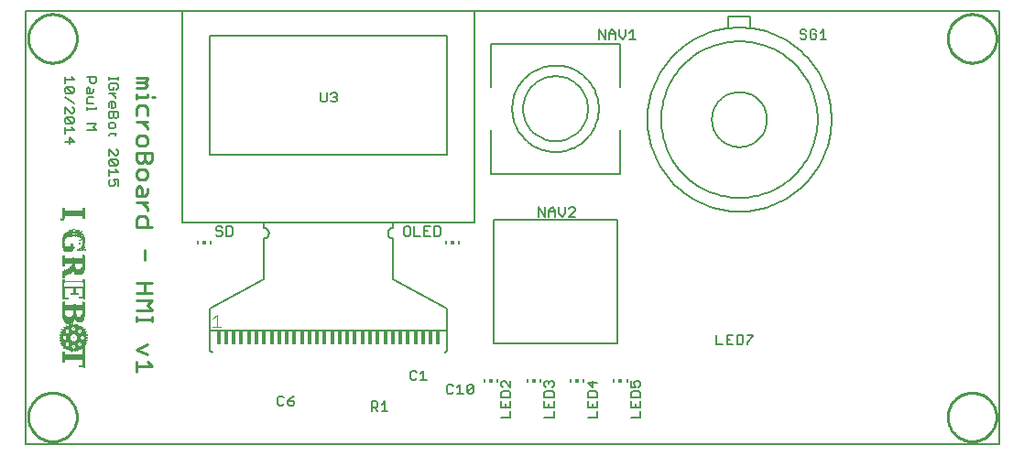
<source format=gto>
G75*
G70*
%OFA0B0*%
%FSLAX24Y24*%
%IPPOS*%
%LPD*%
%AMOC8*
5,1,8,0,0,1.08239X$1,22.5*
%
%ADD10C,0.0080*%
%ADD11C,0.0060*%
%ADD12C,0.0110*%
%ADD13R,0.0016X0.0016*%
%ADD14R,0.0016X0.0047*%
%ADD15R,0.0016X0.0031*%
%ADD16R,0.0016X0.0063*%
%ADD17R,0.0016X0.0079*%
%ADD18R,0.0016X0.0268*%
%ADD19R,0.0016X0.0457*%
%ADD20R,0.0016X0.0630*%
%ADD21R,0.0016X0.0488*%
%ADD22R,0.0016X0.0409*%
%ADD23R,0.0016X0.0425*%
%ADD24R,0.0016X0.0283*%
%ADD25R,0.0016X0.0724*%
%ADD26R,0.0016X0.0598*%
%ADD27R,0.0016X0.0157*%
%ADD28R,0.0016X0.0299*%
%ADD29R,0.0016X0.0646*%
%ADD30R,0.0016X0.0252*%
%ADD31R,0.0016X0.0567*%
%ADD32R,0.0016X0.0126*%
%ADD33R,0.0016X0.0693*%
%ADD34R,0.0016X0.0315*%
%ADD35R,0.0016X0.0378*%
%ADD36R,0.0016X0.0709*%
%ADD37R,0.0016X0.0331*%
%ADD38R,0.0016X0.0205*%
%ADD39R,0.0016X0.0220*%
%ADD40R,0.0016X0.0236*%
%ADD41R,0.0016X0.0362*%
%ADD42R,0.0016X0.0094*%
%ADD43R,0.0016X0.0142*%
%ADD44R,0.0016X0.0110*%
%ADD45R,0.0016X0.0346*%
%ADD46R,0.0016X0.1228*%
%ADD47R,0.0016X0.0961*%
%ADD48R,0.0016X0.0394*%
%ADD49R,0.0016X0.0189*%
%ADD50R,0.0016X0.0173*%
%ADD51R,0.0016X0.0504*%
%ADD52R,0.0016X0.0472*%
%ADD53R,0.0016X0.0520*%
%ADD54R,0.0016X0.0583*%
%ADD55R,0.0016X0.0551*%
%ADD56R,0.0016X0.0992*%
%ADD57R,0.0016X0.0677*%
%ADD58R,0.0016X0.1024*%
%ADD59R,0.0016X0.0661*%
%ADD60R,0.0016X0.0535*%
%ADD61R,0.0016X0.0614*%
%ADD62R,0.0016X0.1039*%
%ADD63R,0.0016X0.1071*%
%ADD64C,0.0100*%
%ADD65C,0.0050*%
%ADD66R,0.0157X0.0512*%
%ADD67C,0.0040*%
%ADD68R,0.0059X0.0118*%
%ADD69R,0.0118X0.0118*%
D10*
X007843Y005637D02*
X007843Y021385D01*
X043276Y021385D01*
X043276Y005637D01*
X007843Y005637D01*
D11*
X017028Y007097D02*
X017084Y007040D01*
X017198Y007040D01*
X017254Y007097D01*
X017396Y007097D02*
X017453Y007040D01*
X017566Y007040D01*
X017623Y007097D01*
X017623Y007153D01*
X017566Y007210D01*
X017396Y007210D01*
X017396Y007097D01*
X017396Y007210D02*
X017509Y007323D01*
X017623Y007380D01*
X017254Y007323D02*
X017198Y007380D01*
X017084Y007380D01*
X017028Y007323D01*
X017028Y007097D01*
X020436Y007186D02*
X020436Y006845D01*
X020436Y006959D02*
X020606Y006959D01*
X020663Y007015D01*
X020663Y007129D01*
X020606Y007186D01*
X020436Y007186D01*
X020550Y006959D02*
X020663Y006845D01*
X020804Y006845D02*
X021031Y006845D01*
X020918Y006845D02*
X020918Y007186D01*
X020804Y007072D01*
X021845Y008018D02*
X021902Y007961D01*
X022015Y007961D01*
X022072Y008018D01*
X022213Y007961D02*
X022440Y007961D01*
X022327Y007961D02*
X022327Y008301D01*
X022213Y008188D01*
X022072Y008245D02*
X022015Y008301D01*
X021902Y008301D01*
X021845Y008245D01*
X021845Y008018D01*
X023173Y007751D02*
X023173Y007524D01*
X023229Y007467D01*
X023343Y007467D01*
X023400Y007524D01*
X023541Y007467D02*
X023768Y007467D01*
X023655Y007467D02*
X023655Y007808D01*
X023541Y007694D01*
X023400Y007751D02*
X023343Y007808D01*
X023229Y007808D01*
X023173Y007751D01*
X023909Y007751D02*
X023909Y007524D01*
X024136Y007751D01*
X024136Y007524D01*
X024080Y007467D01*
X023966Y007467D01*
X023909Y007524D01*
X023909Y007751D02*
X023966Y007808D01*
X024080Y007808D01*
X024136Y007751D01*
X025152Y007768D02*
X025208Y007711D01*
X025152Y007768D02*
X025152Y007881D01*
X025208Y007938D01*
X025265Y007938D01*
X025492Y007711D01*
X025492Y007938D01*
X025435Y007570D02*
X025208Y007570D01*
X025152Y007513D01*
X025152Y007343D01*
X025492Y007343D01*
X025492Y007513D01*
X025435Y007570D01*
X025492Y007202D02*
X025492Y006975D01*
X025152Y006975D01*
X025152Y007202D01*
X025322Y007088D02*
X025322Y006975D01*
X025492Y006833D02*
X025492Y006606D01*
X025152Y006606D01*
X026726Y006606D02*
X027067Y006606D01*
X027067Y006833D01*
X027067Y006975D02*
X027067Y007202D01*
X027067Y007343D02*
X027067Y007513D01*
X027010Y007570D01*
X026783Y007570D01*
X026726Y007513D01*
X026726Y007343D01*
X027067Y007343D01*
X026897Y007088D02*
X026897Y006975D01*
X027067Y006975D02*
X026726Y006975D01*
X026726Y007202D01*
X026783Y007711D02*
X026726Y007768D01*
X026726Y007881D01*
X026783Y007938D01*
X026840Y007938D01*
X026897Y007881D01*
X026953Y007938D01*
X027010Y007938D01*
X027067Y007881D01*
X027067Y007768D01*
X027010Y007711D01*
X026897Y007825D02*
X026897Y007881D01*
X028301Y007881D02*
X028471Y007711D01*
X028471Y007938D01*
X028301Y007881D02*
X028642Y007881D01*
X028585Y007570D02*
X028358Y007570D01*
X028301Y007513D01*
X028301Y007343D01*
X028642Y007343D01*
X028642Y007513D01*
X028585Y007570D01*
X028642Y007202D02*
X028642Y006975D01*
X028301Y006975D01*
X028301Y007202D01*
X028471Y007088D02*
X028471Y006975D01*
X028642Y006833D02*
X028642Y006606D01*
X028301Y006606D01*
X029876Y006606D02*
X030216Y006606D01*
X030216Y006833D01*
X030216Y006975D02*
X030216Y007202D01*
X030216Y007343D02*
X029876Y007343D01*
X029876Y007513D01*
X029933Y007570D01*
X030160Y007570D01*
X030216Y007513D01*
X030216Y007343D01*
X030046Y007088D02*
X030046Y006975D01*
X029876Y006975D02*
X030216Y006975D01*
X029876Y006975D02*
X029876Y007202D01*
X029876Y007711D02*
X030046Y007711D01*
X029989Y007825D01*
X029989Y007881D01*
X030046Y007938D01*
X030160Y007938D01*
X030216Y007881D01*
X030216Y007768D01*
X030160Y007711D01*
X029876Y007711D02*
X029876Y007938D01*
X032998Y009273D02*
X033224Y009273D01*
X033366Y009273D02*
X033593Y009273D01*
X033734Y009273D02*
X033904Y009273D01*
X033961Y009330D01*
X033961Y009556D01*
X033904Y009613D01*
X033734Y009613D01*
X033734Y009273D01*
X033479Y009443D02*
X033366Y009443D01*
X033366Y009613D02*
X033366Y009273D01*
X033366Y009613D02*
X033593Y009613D01*
X034103Y009613D02*
X034329Y009613D01*
X034329Y009556D01*
X034103Y009330D01*
X034103Y009273D01*
X032998Y009273D02*
X032998Y009613D01*
X027852Y013917D02*
X027625Y013917D01*
X027852Y014144D01*
X027852Y014201D01*
X027795Y014257D01*
X027682Y014257D01*
X027625Y014201D01*
X027484Y014257D02*
X027484Y014030D01*
X027370Y013917D01*
X027257Y014030D01*
X027257Y014257D01*
X027115Y014144D02*
X027115Y013917D01*
X027115Y014087D02*
X026888Y014087D01*
X026888Y014144D02*
X027002Y014257D01*
X027115Y014144D01*
X026888Y014144D02*
X026888Y013917D01*
X026747Y013917D02*
X026747Y014257D01*
X026520Y014257D02*
X026520Y013917D01*
X026747Y013917D02*
X026520Y014257D01*
X022955Y013501D02*
X022955Y013274D01*
X022898Y013217D01*
X022728Y013217D01*
X022728Y013558D01*
X022898Y013558D01*
X022955Y013501D01*
X022586Y013558D02*
X022359Y013558D01*
X022359Y013217D01*
X022586Y013217D01*
X022473Y013388D02*
X022359Y013388D01*
X022218Y013217D02*
X021991Y013217D01*
X021991Y013558D01*
X021850Y013501D02*
X021793Y013558D01*
X021679Y013558D01*
X021623Y013501D01*
X021623Y013274D01*
X021679Y013217D01*
X021793Y013217D01*
X021850Y013274D01*
X021850Y013501D01*
X015368Y013501D02*
X015368Y013274D01*
X015311Y013217D01*
X015141Y013217D01*
X015141Y013558D01*
X015311Y013558D01*
X015368Y013501D01*
X015000Y013501D02*
X014943Y013558D01*
X014829Y013558D01*
X014773Y013501D01*
X014773Y013444D01*
X014829Y013388D01*
X014943Y013388D01*
X015000Y013331D01*
X015000Y013274D01*
X014943Y013217D01*
X014829Y013217D01*
X014773Y013274D01*
X011213Y015036D02*
X011213Y015263D01*
X011043Y015263D01*
X011100Y015149D01*
X011100Y015093D01*
X011043Y015036D01*
X010929Y015036D01*
X010873Y015093D01*
X010873Y015206D01*
X010929Y015263D01*
X010873Y015404D02*
X010873Y015631D01*
X010873Y015518D02*
X011213Y015518D01*
X011100Y015631D01*
X011156Y015773D02*
X010929Y016000D01*
X010873Y015943D01*
X010873Y015829D01*
X010929Y015773D01*
X011156Y015773D01*
X011213Y015829D01*
X011213Y015943D01*
X011156Y016000D01*
X010929Y016000D01*
X010873Y016141D02*
X010873Y016368D01*
X011100Y016141D01*
X011156Y016141D01*
X011213Y016198D01*
X011213Y016311D01*
X011156Y016368D01*
X011100Y016868D02*
X011100Y016982D01*
X011156Y016925D02*
X010929Y016925D01*
X010873Y016868D01*
X010929Y017123D02*
X011043Y017123D01*
X011100Y017180D01*
X011100Y017293D01*
X011043Y017350D01*
X010929Y017350D01*
X010873Y017293D01*
X010873Y017180D01*
X010929Y017123D01*
X010929Y017491D02*
X010873Y017548D01*
X010873Y017718D01*
X011213Y017718D01*
X011213Y017548D01*
X011156Y017491D01*
X011100Y017491D01*
X011043Y017548D01*
X011043Y017718D01*
X011043Y017860D02*
X010986Y017860D01*
X010986Y018087D01*
X010929Y018087D02*
X011043Y018087D01*
X011100Y018030D01*
X011100Y017916D01*
X011043Y017860D01*
X010873Y017916D02*
X010873Y018030D01*
X010929Y018087D01*
X011100Y018223D02*
X011100Y018280D01*
X010986Y018394D01*
X010873Y018394D02*
X011100Y018394D01*
X011156Y018535D02*
X011213Y018592D01*
X011213Y018705D01*
X011156Y018762D01*
X010929Y018762D01*
X010873Y018705D01*
X010873Y018592D01*
X010929Y018535D01*
X011043Y018535D01*
X011043Y018648D01*
X011213Y018894D02*
X011213Y019007D01*
X011213Y018951D02*
X010873Y018951D01*
X010873Y019007D02*
X010873Y018894D01*
X010413Y018837D02*
X010413Y019007D01*
X010073Y019007D01*
X010186Y019007D02*
X010186Y018837D01*
X010243Y018781D01*
X010356Y018781D01*
X010413Y018837D01*
X010300Y018582D02*
X010300Y018469D01*
X010243Y018412D01*
X010073Y018412D01*
X010073Y018582D01*
X010129Y018639D01*
X010186Y018582D01*
X010186Y018412D01*
X010129Y018271D02*
X010073Y018214D01*
X010073Y018044D01*
X010300Y018044D01*
X010413Y017902D02*
X010413Y017846D01*
X010073Y017846D01*
X010073Y017902D02*
X010073Y017789D01*
X009613Y017732D02*
X009613Y017846D01*
X009556Y017902D01*
X009613Y018044D02*
X009273Y018271D01*
X009329Y018412D02*
X009273Y018469D01*
X009273Y018582D01*
X009329Y018639D01*
X009556Y018412D01*
X009329Y018412D01*
X009329Y018639D02*
X009556Y018639D01*
X009613Y018582D01*
X009613Y018469D01*
X009556Y018412D01*
X009273Y017902D02*
X009500Y017676D01*
X009556Y017676D01*
X009613Y017732D01*
X009556Y017534D02*
X009329Y017534D01*
X009556Y017307D01*
X009329Y017307D01*
X009273Y017364D01*
X009273Y017477D01*
X009329Y017534D01*
X009273Y017676D02*
X009273Y017902D01*
X009556Y017534D02*
X009613Y017477D01*
X009613Y017364D01*
X009556Y017307D01*
X009500Y017166D02*
X009613Y017052D01*
X009273Y017052D01*
X009273Y016939D02*
X009273Y017166D01*
X009443Y016798D02*
X009443Y016571D01*
X009613Y016627D02*
X009443Y016798D01*
X009273Y016627D02*
X009613Y016627D01*
X010073Y017062D02*
X010413Y017062D01*
X010300Y017175D01*
X010413Y017289D01*
X010073Y017289D01*
X010929Y017491D02*
X010986Y017491D01*
X011043Y017548D01*
X010300Y018271D02*
X010129Y018271D01*
X009613Y018894D02*
X009273Y018894D01*
X009273Y019007D02*
X009273Y018781D01*
X009500Y019007D02*
X009613Y018894D01*
X018583Y018425D02*
X018583Y018141D01*
X018639Y018085D01*
X018753Y018085D01*
X018809Y018141D01*
X018809Y018425D01*
X018951Y018368D02*
X019008Y018425D01*
X019121Y018425D01*
X019178Y018368D01*
X019178Y018312D01*
X019121Y018255D01*
X019178Y018198D01*
X019178Y018141D01*
X019121Y018085D01*
X019008Y018085D01*
X018951Y018141D01*
X019064Y018255D02*
X019121Y018255D01*
X028715Y020382D02*
X028715Y020722D01*
X028942Y020382D01*
X028942Y020722D01*
X029084Y020609D02*
X029197Y020722D01*
X029310Y020609D01*
X029310Y020382D01*
X029310Y020552D02*
X029084Y020552D01*
X029084Y020609D02*
X029084Y020382D01*
X029452Y020495D02*
X029565Y020382D01*
X029679Y020495D01*
X029679Y020722D01*
X029820Y020609D02*
X029934Y020722D01*
X029934Y020382D01*
X030047Y020382D02*
X029820Y020382D01*
X029452Y020495D02*
X029452Y020722D01*
X033427Y020774D02*
X033427Y021198D01*
X034227Y021198D01*
X034227Y020774D01*
X036034Y020667D02*
X036034Y020610D01*
X036091Y020553D01*
X036204Y020553D01*
X036261Y020497D01*
X036261Y020440D01*
X036204Y020383D01*
X036091Y020383D01*
X036034Y020440D01*
X036034Y020667D02*
X036091Y020723D01*
X036204Y020723D01*
X036261Y020667D01*
X036402Y020667D02*
X036402Y020440D01*
X036459Y020383D01*
X036572Y020383D01*
X036629Y020440D01*
X036629Y020553D01*
X036516Y020553D01*
X036629Y020667D02*
X036572Y020723D01*
X036459Y020723D01*
X036402Y020667D01*
X036770Y020610D02*
X036884Y020723D01*
X036884Y020383D01*
X036997Y020383D02*
X036770Y020383D01*
X030977Y017448D02*
X030980Y017588D01*
X030991Y017727D01*
X031008Y017866D01*
X031032Y018004D01*
X031062Y018140D01*
X031100Y018275D01*
X031144Y018408D01*
X031194Y018539D01*
X031251Y018667D01*
X031314Y018791D01*
X031382Y018913D01*
X031457Y019031D01*
X031538Y019146D01*
X031624Y019256D01*
X031715Y019362D01*
X031812Y019463D01*
X031913Y019560D01*
X032019Y019651D01*
X032129Y019737D01*
X032244Y019818D01*
X032362Y019893D01*
X032484Y019961D01*
X032608Y020024D01*
X032736Y020081D01*
X032867Y020131D01*
X033000Y020175D01*
X033135Y020213D01*
X033271Y020243D01*
X033409Y020267D01*
X033548Y020284D01*
X033687Y020295D01*
X033827Y020298D01*
X033967Y020295D01*
X034106Y020284D01*
X034245Y020267D01*
X034383Y020243D01*
X034519Y020213D01*
X034654Y020175D01*
X034787Y020131D01*
X034918Y020081D01*
X035046Y020024D01*
X035170Y019961D01*
X035292Y019893D01*
X035410Y019818D01*
X035525Y019737D01*
X035635Y019651D01*
X035741Y019560D01*
X035842Y019463D01*
X035939Y019362D01*
X036030Y019256D01*
X036116Y019146D01*
X036197Y019031D01*
X036272Y018913D01*
X036340Y018791D01*
X036403Y018667D01*
X036460Y018539D01*
X036510Y018408D01*
X036554Y018275D01*
X036592Y018140D01*
X036622Y018004D01*
X036646Y017866D01*
X036663Y017727D01*
X036674Y017588D01*
X036677Y017448D01*
X036674Y017308D01*
X036663Y017169D01*
X036646Y017030D01*
X036622Y016892D01*
X036592Y016756D01*
X036554Y016621D01*
X036510Y016488D01*
X036460Y016357D01*
X036403Y016229D01*
X036340Y016105D01*
X036272Y015983D01*
X036197Y015865D01*
X036116Y015750D01*
X036030Y015640D01*
X035939Y015534D01*
X035842Y015433D01*
X035741Y015336D01*
X035635Y015245D01*
X035525Y015159D01*
X035410Y015078D01*
X035292Y015003D01*
X035170Y014935D01*
X035046Y014872D01*
X034918Y014815D01*
X034787Y014765D01*
X034654Y014721D01*
X034519Y014683D01*
X034383Y014653D01*
X034245Y014629D01*
X034106Y014612D01*
X033967Y014601D01*
X033827Y014598D01*
X033687Y014601D01*
X033548Y014612D01*
X033409Y014629D01*
X033271Y014653D01*
X033135Y014683D01*
X033000Y014721D01*
X032867Y014765D01*
X032736Y014815D01*
X032608Y014872D01*
X032484Y014935D01*
X032362Y015003D01*
X032244Y015078D01*
X032129Y015159D01*
X032019Y015245D01*
X031913Y015336D01*
X031812Y015433D01*
X031715Y015534D01*
X031624Y015640D01*
X031538Y015750D01*
X031457Y015865D01*
X031382Y015983D01*
X031314Y016105D01*
X031251Y016229D01*
X031194Y016357D01*
X031144Y016488D01*
X031100Y016621D01*
X031062Y016756D01*
X031032Y016892D01*
X031008Y017030D01*
X030991Y017169D01*
X030980Y017308D01*
X030977Y017448D01*
X032827Y017448D02*
X032829Y017511D01*
X032835Y017573D01*
X032845Y017635D01*
X032858Y017697D01*
X032876Y017757D01*
X032897Y017816D01*
X032922Y017874D01*
X032951Y017930D01*
X032983Y017984D01*
X033018Y018036D01*
X033056Y018085D01*
X033098Y018133D01*
X033142Y018177D01*
X033190Y018219D01*
X033239Y018257D01*
X033291Y018292D01*
X033345Y018324D01*
X033401Y018353D01*
X033459Y018378D01*
X033518Y018399D01*
X033578Y018417D01*
X033640Y018430D01*
X033702Y018440D01*
X033764Y018446D01*
X033827Y018448D01*
X033890Y018446D01*
X033952Y018440D01*
X034014Y018430D01*
X034076Y018417D01*
X034136Y018399D01*
X034195Y018378D01*
X034253Y018353D01*
X034309Y018324D01*
X034363Y018292D01*
X034415Y018257D01*
X034464Y018219D01*
X034512Y018177D01*
X034556Y018133D01*
X034598Y018085D01*
X034636Y018036D01*
X034671Y017984D01*
X034703Y017930D01*
X034732Y017874D01*
X034757Y017816D01*
X034778Y017757D01*
X034796Y017697D01*
X034809Y017635D01*
X034819Y017573D01*
X034825Y017511D01*
X034827Y017448D01*
X034825Y017385D01*
X034819Y017323D01*
X034809Y017261D01*
X034796Y017199D01*
X034778Y017139D01*
X034757Y017080D01*
X034732Y017022D01*
X034703Y016966D01*
X034671Y016912D01*
X034636Y016860D01*
X034598Y016811D01*
X034556Y016763D01*
X034512Y016719D01*
X034464Y016677D01*
X034415Y016639D01*
X034363Y016604D01*
X034309Y016572D01*
X034253Y016543D01*
X034195Y016518D01*
X034136Y016497D01*
X034076Y016479D01*
X034014Y016466D01*
X033952Y016456D01*
X033890Y016450D01*
X033827Y016448D01*
X033764Y016450D01*
X033702Y016456D01*
X033640Y016466D01*
X033578Y016479D01*
X033518Y016497D01*
X033459Y016518D01*
X033401Y016543D01*
X033345Y016572D01*
X033291Y016604D01*
X033239Y016639D01*
X033190Y016677D01*
X033142Y016719D01*
X033098Y016763D01*
X033056Y016811D01*
X033018Y016860D01*
X032983Y016912D01*
X032951Y016966D01*
X032922Y017022D01*
X032897Y017080D01*
X032876Y017139D01*
X032858Y017199D01*
X032845Y017261D01*
X032835Y017323D01*
X032829Y017385D01*
X032827Y017448D01*
X030477Y017448D02*
X030481Y017612D01*
X030493Y017776D01*
X030513Y017940D01*
X030541Y018102D01*
X030577Y018262D01*
X030621Y018420D01*
X030673Y018577D01*
X030732Y018730D01*
X030799Y018880D01*
X030873Y019027D01*
X030954Y019170D01*
X031042Y019309D01*
X031136Y019444D01*
X031237Y019573D01*
X031345Y019698D01*
X031458Y019817D01*
X031577Y019930D01*
X031702Y020038D01*
X031831Y020139D01*
X031966Y020233D01*
X032105Y020321D01*
X032248Y020402D01*
X032395Y020476D01*
X032545Y020543D01*
X032698Y020602D01*
X032855Y020654D01*
X033013Y020698D01*
X033173Y020734D01*
X033335Y020762D01*
X033499Y020782D01*
X033663Y020794D01*
X033827Y020798D01*
X033991Y020794D01*
X034155Y020782D01*
X034319Y020762D01*
X034481Y020734D01*
X034641Y020698D01*
X034799Y020654D01*
X034956Y020602D01*
X035109Y020543D01*
X035259Y020476D01*
X035406Y020402D01*
X035549Y020321D01*
X035688Y020233D01*
X035823Y020139D01*
X035952Y020038D01*
X036077Y019930D01*
X036196Y019817D01*
X036309Y019698D01*
X036417Y019573D01*
X036518Y019444D01*
X036612Y019309D01*
X036700Y019170D01*
X036781Y019027D01*
X036855Y018880D01*
X036922Y018730D01*
X036981Y018577D01*
X037033Y018420D01*
X037077Y018262D01*
X037113Y018102D01*
X037141Y017940D01*
X037161Y017776D01*
X037173Y017612D01*
X037177Y017448D01*
X037173Y017284D01*
X037161Y017120D01*
X037141Y016956D01*
X037113Y016794D01*
X037077Y016634D01*
X037033Y016476D01*
X036981Y016319D01*
X036922Y016166D01*
X036855Y016016D01*
X036781Y015869D01*
X036700Y015726D01*
X036612Y015587D01*
X036518Y015452D01*
X036417Y015323D01*
X036309Y015198D01*
X036196Y015079D01*
X036077Y014966D01*
X035952Y014858D01*
X035823Y014757D01*
X035688Y014663D01*
X035549Y014575D01*
X035406Y014494D01*
X035259Y014420D01*
X035109Y014353D01*
X034956Y014294D01*
X034799Y014242D01*
X034641Y014198D01*
X034481Y014162D01*
X034319Y014134D01*
X034155Y014114D01*
X033991Y014102D01*
X033827Y014098D01*
X033663Y014102D01*
X033499Y014114D01*
X033335Y014134D01*
X033173Y014162D01*
X033013Y014198D01*
X032855Y014242D01*
X032698Y014294D01*
X032545Y014353D01*
X032395Y014420D01*
X032248Y014494D01*
X032105Y014575D01*
X031966Y014663D01*
X031831Y014757D01*
X031702Y014858D01*
X031577Y014966D01*
X031458Y015079D01*
X031345Y015198D01*
X031237Y015323D01*
X031136Y015452D01*
X031042Y015587D01*
X030954Y015726D01*
X030873Y015869D01*
X030799Y016016D01*
X030732Y016166D01*
X030673Y016319D01*
X030621Y016476D01*
X030577Y016634D01*
X030541Y016794D01*
X030513Y016956D01*
X030493Y017120D01*
X030481Y017284D01*
X030477Y017448D01*
D12*
X012540Y018283D02*
X012448Y018283D01*
X012265Y018283D02*
X011898Y018283D01*
X011898Y018375D02*
X011898Y018191D01*
X011990Y017970D02*
X011898Y017878D01*
X011898Y017603D01*
X011898Y017362D02*
X012265Y017362D01*
X012081Y017362D02*
X012265Y017178D01*
X012265Y017087D01*
X012173Y016855D02*
X011990Y016855D01*
X011898Y016764D01*
X011898Y016580D01*
X011990Y016488D01*
X012173Y016488D01*
X012265Y016580D01*
X012265Y016764D01*
X012173Y016855D01*
X012173Y016248D02*
X012173Y015972D01*
X012081Y015881D01*
X011990Y015881D01*
X011898Y015972D01*
X011898Y016248D01*
X012448Y016248D01*
X012448Y015972D01*
X012357Y015881D01*
X012265Y015881D01*
X012173Y015972D01*
X012173Y015640D02*
X011990Y015640D01*
X011898Y015548D01*
X011898Y015365D01*
X011990Y015273D01*
X012173Y015273D01*
X012265Y015365D01*
X012265Y015548D01*
X012173Y015640D01*
X011990Y015032D02*
X012081Y014940D01*
X012081Y014665D01*
X012173Y014665D02*
X011898Y014665D01*
X011898Y014940D01*
X011990Y015032D01*
X012265Y014940D02*
X012265Y014757D01*
X012173Y014665D01*
X012081Y014425D02*
X012265Y014241D01*
X012265Y014149D01*
X012173Y013918D02*
X012265Y013826D01*
X012265Y013551D01*
X012448Y013551D02*
X011898Y013551D01*
X011898Y013826D01*
X011990Y013918D01*
X012173Y013918D01*
X012265Y014425D02*
X011898Y014425D01*
X012173Y012703D02*
X012173Y012336D01*
X012173Y011487D02*
X012173Y011120D01*
X012448Y011120D02*
X011898Y011120D01*
X011898Y010879D02*
X012448Y010879D01*
X012265Y010696D01*
X012448Y010513D01*
X011898Y010513D01*
X011898Y010272D02*
X011898Y010088D01*
X011898Y010180D02*
X012448Y010180D01*
X012448Y010272D02*
X012448Y010088D01*
X012265Y009259D02*
X011898Y009075D01*
X012265Y008892D01*
X012265Y008651D02*
X012448Y008468D01*
X011898Y008468D01*
X011898Y008651D02*
X011898Y008284D01*
X011898Y011487D02*
X012448Y011487D01*
X012265Y017603D02*
X012265Y017878D01*
X012173Y017970D01*
X011990Y017970D01*
X012265Y018283D02*
X012265Y018375D01*
X012173Y018615D02*
X011898Y018615D01*
X011898Y018799D02*
X012173Y018799D01*
X012265Y018707D01*
X012173Y018615D01*
X012173Y018799D02*
X012265Y018891D01*
X012265Y018982D01*
X011898Y018982D01*
D13*
X009717Y013415D03*
X009670Y013415D03*
X009843Y013132D03*
X009906Y013116D03*
X009843Y013022D03*
X009811Y013022D03*
X009859Y012943D03*
X010000Y012990D03*
X010000Y012880D03*
X010063Y012707D03*
X009953Y012675D03*
X009922Y012675D03*
X009906Y012675D03*
X009890Y012675D03*
X009874Y012675D03*
X009859Y012675D03*
X009843Y012675D03*
X009607Y012754D03*
X009607Y012785D03*
X010032Y009793D03*
X009843Y009730D03*
X009607Y009510D03*
X009607Y009179D03*
X009622Y009179D03*
X009843Y009274D03*
X009134Y009305D03*
X009103Y009604D03*
X009134Y009699D03*
X009181Y009793D03*
D14*
X009197Y009793D03*
X009103Y009510D03*
X009118Y009400D03*
X009150Y009305D03*
X009260Y009148D03*
X009339Y009085D03*
X010110Y009604D03*
X009276Y010927D03*
X009260Y010927D03*
X009307Y011337D03*
X009323Y011337D03*
X009339Y011337D03*
X009355Y011337D03*
X009370Y011337D03*
X009386Y011337D03*
X009402Y011337D03*
X009418Y011337D03*
X009433Y011337D03*
X009449Y011337D03*
X009465Y011337D03*
X009481Y011337D03*
X009496Y011337D03*
X009512Y011337D03*
X009528Y011337D03*
X009544Y011337D03*
X009559Y011337D03*
X009575Y011337D03*
X009591Y011337D03*
X009701Y011337D03*
X009717Y011337D03*
X009733Y011337D03*
X009748Y011337D03*
X009764Y011337D03*
X009780Y011337D03*
X009796Y011337D03*
X009811Y011337D03*
X009827Y011337D03*
X009843Y011337D03*
X009859Y011337D03*
X009874Y011337D03*
X009890Y011337D03*
X009906Y011337D03*
X009922Y011337D03*
X010016Y012707D03*
X010048Y012707D03*
X009827Y012738D03*
X009748Y012707D03*
X009622Y012770D03*
X009481Y012817D03*
X009465Y012817D03*
X009449Y012817D03*
X009843Y012943D03*
X009906Y013163D03*
X009922Y013274D03*
X009591Y013415D03*
X009166Y013809D03*
X009134Y013825D03*
D15*
X009575Y013423D03*
X009607Y013423D03*
X009622Y013423D03*
X009638Y013423D03*
X009654Y013423D03*
X009906Y013360D03*
X009922Y013344D03*
X009874Y013077D03*
X009906Y013061D03*
X009811Y012935D03*
X009638Y012778D03*
X009827Y012683D03*
X009969Y011612D03*
X009922Y011518D03*
X009906Y011518D03*
X009890Y011518D03*
X009874Y011518D03*
X009859Y011518D03*
X009843Y011518D03*
X009827Y011518D03*
X009811Y011518D03*
X009796Y011518D03*
X009780Y011518D03*
X009764Y011518D03*
X009748Y011518D03*
X009733Y011518D03*
X009717Y011518D03*
X009701Y011518D03*
X009685Y011518D03*
X009670Y011518D03*
X009654Y011518D03*
X009638Y011518D03*
X009622Y011518D03*
X009607Y011518D03*
X009591Y011518D03*
X009575Y011518D03*
X009559Y011518D03*
X009544Y011518D03*
X009528Y011518D03*
X009512Y011518D03*
X009496Y011518D03*
X009481Y011518D03*
X009465Y011518D03*
X009449Y011518D03*
X009433Y011518D03*
X009418Y011518D03*
X009402Y011518D03*
X009386Y011518D03*
X009370Y011518D03*
X009355Y011518D03*
X009339Y011518D03*
X009323Y011518D03*
X009307Y011518D03*
X009292Y011518D03*
X009544Y011108D03*
X009559Y011108D03*
X009575Y011108D03*
X009591Y011108D03*
X009591Y011061D03*
X009607Y011061D03*
X009622Y011061D03*
X009638Y011061D03*
X009654Y011061D03*
X009670Y011061D03*
X009685Y011061D03*
X009701Y011061D03*
X009717Y011061D03*
X009733Y011061D03*
X009748Y011061D03*
X009748Y011108D03*
X009733Y011108D03*
X009717Y011108D03*
X009701Y011108D03*
X009575Y011061D03*
X009559Y011061D03*
X009544Y011061D03*
X009859Y010982D03*
X009874Y010982D03*
X009890Y010982D03*
X009906Y010982D03*
X009922Y010982D03*
X009922Y010935D03*
X009937Y010935D03*
X009953Y010935D03*
X009969Y010935D03*
X009906Y010935D03*
X009890Y010935D03*
X009874Y010935D03*
X009859Y010935D03*
X009607Y009833D03*
X009339Y009927D03*
X009260Y009864D03*
X009103Y009407D03*
X010032Y009219D03*
X010079Y009313D03*
X010110Y009407D03*
X010079Y009707D03*
D16*
X010063Y009707D03*
X010016Y009785D03*
X010095Y009612D03*
X010095Y009502D03*
X010110Y009502D03*
X010095Y009407D03*
X010079Y009407D03*
X010063Y009313D03*
X010016Y009219D03*
X009197Y009219D03*
X009134Y009407D03*
X009118Y009502D03*
X009118Y009612D03*
X009150Y009707D03*
X009355Y012809D03*
X009370Y012809D03*
X009386Y012809D03*
X009402Y012809D03*
X009418Y012809D03*
X009433Y012809D03*
X009827Y012935D03*
X009890Y013077D03*
X009638Y013234D03*
X009622Y013234D03*
X009622Y013344D03*
X009607Y013344D03*
X009638Y013344D03*
X009654Y013344D03*
X009670Y013344D03*
X009843Y012746D03*
X009859Y012746D03*
X010032Y012699D03*
X009197Y013801D03*
X009181Y013801D03*
X009150Y013817D03*
D17*
X009213Y013793D03*
X009575Y013337D03*
X009591Y013337D03*
X009591Y013242D03*
X009607Y013242D03*
X009654Y013226D03*
X009717Y013337D03*
X009890Y013163D03*
X010000Y012817D03*
X009874Y012754D03*
X009780Y012707D03*
X009764Y012707D03*
X009764Y011085D03*
X009780Y011085D03*
X009827Y010959D03*
X009843Y010959D03*
X009528Y011085D03*
X009512Y011085D03*
X009607Y009935D03*
X009622Y009935D03*
X010079Y009604D03*
X010079Y009510D03*
X009622Y009069D03*
X009607Y009069D03*
X009591Y009069D03*
X009134Y009510D03*
X009134Y009604D03*
X009811Y008455D03*
X009827Y008455D03*
X009843Y008455D03*
X009859Y008455D03*
X009874Y008455D03*
X009890Y008455D03*
X009906Y008455D03*
X009922Y008455D03*
D18*
X009229Y009321D03*
X009150Y009510D03*
X009229Y009683D03*
X009323Y010171D03*
X009591Y010203D03*
X009922Y010219D03*
X009985Y009683D03*
X010063Y009510D03*
X009685Y011226D03*
X009670Y011226D03*
X009607Y011226D03*
X009922Y011951D03*
X009591Y012785D03*
X009213Y012990D03*
D19*
X009292Y011132D03*
X009197Y009510D03*
X009181Y009510D03*
X009166Y009510D03*
X009733Y009258D03*
X010032Y009510D03*
X010048Y009510D03*
D20*
X009213Y009502D03*
X009985Y010494D03*
D21*
X009733Y009746D03*
X009244Y013998D03*
X009229Y013998D03*
D22*
X009260Y014037D03*
X009276Y014037D03*
X009937Y014037D03*
X009953Y014037D03*
X009969Y014037D03*
X009985Y014037D03*
X010000Y014037D03*
X009229Y012982D03*
X009685Y009801D03*
X009496Y009770D03*
X009496Y009250D03*
X009685Y009203D03*
X009276Y008809D03*
X009260Y008809D03*
X009244Y008809D03*
X009229Y008809D03*
D23*
X009229Y012313D03*
X009244Y012313D03*
X009260Y012313D03*
X009276Y012313D03*
D24*
X009244Y011801D03*
X009229Y011801D03*
X009685Y010258D03*
X009307Y010195D03*
X010000Y009675D03*
D25*
X009244Y011266D03*
X009229Y011266D03*
D26*
X009229Y010510D03*
D27*
X009544Y009943D03*
X009670Y009943D03*
X009796Y009864D03*
X009843Y009880D03*
X009859Y009880D03*
X009906Y009644D03*
X009654Y009707D03*
X009418Y009864D03*
X009370Y009880D03*
X009355Y009880D03*
X009559Y009313D03*
X009575Y009313D03*
X009638Y009313D03*
X009654Y009313D03*
X009670Y009061D03*
X009843Y009124D03*
X009859Y009124D03*
X009874Y009140D03*
X009370Y009124D03*
X009559Y012856D03*
X009244Y013140D03*
D28*
X009276Y013132D03*
X009244Y012880D03*
X009528Y012785D03*
X009544Y012785D03*
X009575Y012785D03*
X009276Y011809D03*
X009260Y011809D03*
D29*
X009969Y012203D03*
X009244Y010486D03*
D30*
X009339Y010163D03*
X009355Y010148D03*
X009402Y010132D03*
X009559Y010163D03*
X009575Y010179D03*
X009260Y009691D03*
X009244Y009691D03*
X009244Y009329D03*
X009260Y009313D03*
X009969Y009691D03*
X009654Y011219D03*
X009622Y011219D03*
X009559Y012022D03*
X009937Y013156D03*
X009796Y013297D03*
X009780Y013297D03*
X009559Y013313D03*
D31*
X009260Y012967D03*
X009953Y012982D03*
X009670Y010431D03*
D32*
X009575Y009959D03*
X009402Y009864D03*
X009323Y009628D03*
X009339Y009612D03*
X009591Y009313D03*
X009622Y009313D03*
X009638Y009061D03*
X009575Y009061D03*
X009906Y009187D03*
X009890Y009628D03*
X009906Y009817D03*
X009811Y009864D03*
X009937Y011565D03*
X009953Y011565D03*
X009276Y011565D03*
X009260Y011565D03*
X009355Y012699D03*
X009370Y012699D03*
X009386Y012699D03*
X009402Y012699D03*
X009559Y012699D03*
X009922Y012793D03*
X009733Y013360D03*
X009701Y013360D03*
D33*
X009260Y010463D03*
D34*
X009276Y009738D03*
X009307Y009722D03*
X009307Y009281D03*
X009937Y009738D03*
X009276Y012809D03*
D35*
X009276Y011156D03*
X009701Y009785D03*
X009780Y009502D03*
X009701Y009234D03*
X009512Y009234D03*
X009433Y009502D03*
D36*
X009276Y010455D03*
X009937Y010455D03*
X009985Y011274D03*
X010000Y011274D03*
D37*
X009607Y010266D03*
X009922Y009730D03*
X009953Y009730D03*
X009859Y009510D03*
X009843Y009510D03*
X009827Y009510D03*
X009811Y009510D03*
X009922Y009274D03*
X009402Y009510D03*
X009386Y009510D03*
X009370Y009510D03*
X009355Y009510D03*
X009292Y009730D03*
X009292Y009274D03*
X009276Y009274D03*
D38*
X009292Y010612D03*
X009307Y010612D03*
X009323Y010612D03*
X009339Y010612D03*
X009355Y010612D03*
X009370Y010612D03*
X009386Y010612D03*
X009402Y010612D03*
X009418Y010612D03*
X009433Y010612D03*
X009449Y010612D03*
X009465Y010612D03*
X009481Y010612D03*
X009496Y010612D03*
X009512Y010612D03*
X009528Y010612D03*
X009544Y010612D03*
X009559Y010612D03*
X009575Y010612D03*
X009591Y010612D03*
X009607Y010612D03*
X009685Y010612D03*
X009701Y010612D03*
X009717Y010612D03*
X009733Y010612D03*
X009748Y010612D03*
X009764Y010612D03*
X009780Y010612D03*
X009796Y010612D03*
X009811Y010612D03*
X009827Y010612D03*
X009843Y010612D03*
X009859Y010612D03*
X009874Y010612D03*
X009890Y010612D03*
X009906Y010612D03*
X009922Y010612D03*
X009922Y012313D03*
X009906Y012313D03*
X009890Y012313D03*
X009874Y012313D03*
X009859Y012313D03*
X009843Y012313D03*
X009827Y012313D03*
X009811Y012313D03*
X009796Y012313D03*
X009780Y012313D03*
X009764Y012313D03*
X009748Y012313D03*
X009733Y012313D03*
X009717Y012313D03*
X009701Y012313D03*
X009685Y012313D03*
X009670Y012313D03*
X009654Y012313D03*
X009559Y012313D03*
X009544Y012313D03*
X009528Y012313D03*
X009512Y012313D03*
X009496Y012313D03*
X009481Y012313D03*
X009465Y012313D03*
X009449Y012313D03*
X009433Y012313D03*
X009418Y012313D03*
X009402Y012313D03*
X009386Y012313D03*
X009370Y012313D03*
X009355Y012313D03*
X009339Y012313D03*
X009323Y012313D03*
X009307Y012313D03*
X009292Y012313D03*
X009307Y012738D03*
X009323Y012738D03*
X009339Y012738D03*
X009496Y012738D03*
X009512Y012738D03*
X009323Y013226D03*
X009339Y013242D03*
X009827Y013274D03*
X009827Y014045D03*
X009811Y014045D03*
X009796Y014045D03*
X009780Y014045D03*
X009764Y014045D03*
X009748Y014045D03*
X009733Y014045D03*
X009717Y014045D03*
X009701Y014045D03*
X009685Y014045D03*
X009670Y014045D03*
X009654Y014045D03*
X009638Y014045D03*
X009622Y014045D03*
X009607Y014045D03*
X009591Y014045D03*
X009575Y014045D03*
X009559Y014045D03*
X009544Y014045D03*
X009528Y014045D03*
X009512Y014045D03*
X009496Y014045D03*
X009481Y014045D03*
X009465Y014045D03*
X009449Y014045D03*
X009433Y014045D03*
X009418Y014045D03*
X009402Y014045D03*
X009386Y014045D03*
X009370Y014045D03*
X009355Y014045D03*
X009339Y014045D03*
X009323Y014045D03*
X009307Y014045D03*
X009292Y014045D03*
X009843Y014045D03*
X009859Y014045D03*
X009874Y014045D03*
X009890Y014045D03*
X009906Y014045D03*
X009922Y014045D03*
D39*
X009843Y013266D03*
X009859Y013250D03*
X009874Y013250D03*
X009465Y013297D03*
X009449Y013297D03*
X009418Y013281D03*
X009402Y013281D03*
X009386Y013266D03*
X009370Y013266D03*
X009355Y013250D03*
X009307Y013203D03*
X009292Y013187D03*
X009512Y011974D03*
X009481Y011959D03*
X009449Y011943D03*
X009433Y011927D03*
X009418Y011927D03*
X009402Y011911D03*
X009386Y011911D03*
X009370Y011896D03*
X009355Y011896D03*
X009339Y011880D03*
X009323Y011880D03*
X009307Y011864D03*
X009685Y011927D03*
X009701Y011911D03*
X009717Y011896D03*
X009733Y011896D03*
X009748Y011896D03*
X009764Y011896D03*
X009780Y011896D03*
X009796Y011896D03*
X009811Y011896D03*
X009827Y011896D03*
X009843Y011896D03*
X009859Y011896D03*
X009874Y011911D03*
X009717Y010195D03*
X009733Y010179D03*
X009748Y010179D03*
X009764Y010163D03*
X009780Y010163D03*
X009796Y010163D03*
X009811Y010163D03*
X009827Y010163D03*
X009843Y010163D03*
X009859Y010163D03*
X009874Y010179D03*
X009780Y009880D03*
X009433Y009880D03*
X009433Y009124D03*
X009433Y008809D03*
X009418Y008809D03*
X009402Y008809D03*
X009386Y008809D03*
X009370Y008809D03*
X009355Y008809D03*
X009339Y008809D03*
X009323Y008809D03*
X009307Y008809D03*
X009292Y008809D03*
X009449Y008809D03*
X009465Y008809D03*
X009481Y008809D03*
X009496Y008809D03*
X009512Y008809D03*
X009528Y008809D03*
X009544Y008809D03*
X009559Y008809D03*
X009575Y008809D03*
X009591Y008809D03*
X009607Y008809D03*
X009622Y008809D03*
X009638Y008809D03*
X009654Y008809D03*
X009670Y008809D03*
X009685Y008809D03*
X009701Y008809D03*
X009717Y008809D03*
X009733Y008809D03*
X009748Y008809D03*
X009764Y008809D03*
X009780Y008809D03*
X009796Y008809D03*
X009811Y008809D03*
X009827Y008809D03*
X009843Y008809D03*
X009859Y008809D03*
X009874Y008809D03*
X009890Y008809D03*
X009906Y008809D03*
X009922Y008809D03*
X009780Y009124D03*
D40*
X009481Y010124D03*
X009496Y010140D03*
X009512Y010140D03*
X009528Y010140D03*
X009544Y010156D03*
X009433Y010124D03*
X009418Y010124D03*
X009386Y010140D03*
X009370Y010140D03*
X009701Y010219D03*
X009890Y010187D03*
X009906Y010203D03*
X009890Y011919D03*
X009906Y011935D03*
X009670Y011935D03*
X009654Y011951D03*
X009544Y011998D03*
X009528Y011982D03*
X009496Y011967D03*
X009465Y011951D03*
X009292Y011856D03*
X009292Y012754D03*
X009433Y013289D03*
X009481Y013305D03*
X009496Y013305D03*
X009512Y013305D03*
X009528Y013305D03*
X009544Y013305D03*
X009685Y013305D03*
X009748Y013305D03*
X009764Y013305D03*
X009811Y013289D03*
X009937Y012785D03*
D41*
X009953Y011163D03*
X009292Y010250D03*
X009796Y009510D03*
D42*
X009890Y009833D03*
X009591Y009943D03*
X009339Y009848D03*
X009323Y009833D03*
X009339Y009171D03*
X009339Y010951D03*
X009355Y010951D03*
X009370Y010951D03*
X009386Y010951D03*
X009402Y010951D03*
X009323Y010951D03*
X009307Y010951D03*
X009796Y012715D03*
X009811Y012715D03*
X009890Y012762D03*
X009985Y012809D03*
X009733Y013234D03*
X009717Y013234D03*
X009701Y013234D03*
X009670Y013234D03*
X009575Y013234D03*
X009890Y013329D03*
D43*
X009922Y013132D03*
X010000Y013085D03*
X010016Y013006D03*
X009654Y009951D03*
X009559Y009951D03*
X009386Y009872D03*
X009575Y009699D03*
X009591Y009699D03*
X009607Y009699D03*
X009622Y009699D03*
X009638Y009699D03*
X009874Y009604D03*
X009874Y009400D03*
X009890Y009384D03*
X009906Y009368D03*
X009811Y009148D03*
X009796Y009148D03*
X009827Y009132D03*
X009654Y009053D03*
X009559Y009053D03*
X009418Y009148D03*
X009402Y009148D03*
X009386Y009132D03*
X009355Y009132D03*
X009323Y009384D03*
X009339Y009400D03*
X009607Y009321D03*
X009827Y009872D03*
X009874Y009872D03*
D44*
X009638Y009951D03*
X009890Y009179D03*
X009323Y009179D03*
X009418Y012691D03*
X009433Y012691D03*
X009449Y012691D03*
X009465Y012691D03*
X009481Y012691D03*
X009906Y012770D03*
D45*
X009418Y009502D03*
D46*
X009449Y009628D03*
X009465Y009628D03*
D47*
X009481Y009510D03*
D48*
X009512Y009778D03*
X009528Y009793D03*
X009717Y009762D03*
X009717Y009242D03*
X009528Y009211D03*
X009937Y011163D03*
D49*
X009670Y009707D03*
X009544Y009707D03*
X009544Y009297D03*
D50*
X009670Y009305D03*
X009544Y009069D03*
X009559Y009699D03*
X009985Y013116D03*
D51*
X009575Y012163D03*
D52*
X009591Y012179D03*
X009607Y012179D03*
X010016Y009502D03*
D53*
X009654Y010455D03*
X009622Y012156D03*
D54*
X009622Y010423D03*
D55*
X009638Y010439D03*
X010000Y010533D03*
X009638Y012140D03*
D56*
X009748Y009510D03*
X009764Y009510D03*
D57*
X009953Y010470D03*
X009937Y012171D03*
D58*
X009937Y008927D03*
X009953Y008927D03*
X009969Y008927D03*
D59*
X009969Y010478D03*
X009953Y012195D03*
D60*
X010000Y012242D03*
X009969Y012967D03*
D61*
X009985Y012219D03*
D62*
X009985Y008935D03*
D63*
X010000Y008951D03*
D64*
X007941Y006622D02*
X007943Y006681D01*
X007949Y006740D01*
X007959Y006798D01*
X007972Y006856D01*
X007990Y006913D01*
X008011Y006968D01*
X008036Y007022D01*
X008065Y007074D01*
X008097Y007123D01*
X008132Y007171D01*
X008170Y007216D01*
X008211Y007259D01*
X008255Y007299D01*
X008301Y007335D01*
X008350Y007369D01*
X008401Y007399D01*
X008454Y007426D01*
X008509Y007449D01*
X008564Y007468D01*
X008622Y007484D01*
X008680Y007496D01*
X008738Y007504D01*
X008797Y007508D01*
X008857Y007508D01*
X008916Y007504D01*
X008974Y007496D01*
X009032Y007484D01*
X009090Y007468D01*
X009145Y007449D01*
X009200Y007426D01*
X009253Y007399D01*
X009304Y007369D01*
X009353Y007335D01*
X009399Y007299D01*
X009443Y007259D01*
X009484Y007216D01*
X009522Y007171D01*
X009557Y007123D01*
X009589Y007074D01*
X009618Y007022D01*
X009643Y006968D01*
X009664Y006913D01*
X009682Y006856D01*
X009695Y006798D01*
X009705Y006740D01*
X009711Y006681D01*
X009713Y006622D01*
X009711Y006563D01*
X009705Y006504D01*
X009695Y006446D01*
X009682Y006388D01*
X009664Y006331D01*
X009643Y006276D01*
X009618Y006222D01*
X009589Y006170D01*
X009557Y006121D01*
X009522Y006073D01*
X009484Y006028D01*
X009443Y005985D01*
X009399Y005945D01*
X009353Y005909D01*
X009304Y005875D01*
X009253Y005845D01*
X009200Y005818D01*
X009145Y005795D01*
X009090Y005776D01*
X009032Y005760D01*
X008974Y005748D01*
X008916Y005740D01*
X008857Y005736D01*
X008797Y005736D01*
X008738Y005740D01*
X008680Y005748D01*
X008622Y005760D01*
X008564Y005776D01*
X008509Y005795D01*
X008454Y005818D01*
X008401Y005845D01*
X008350Y005875D01*
X008301Y005909D01*
X008255Y005945D01*
X008211Y005985D01*
X008170Y006028D01*
X008132Y006073D01*
X008097Y006121D01*
X008065Y006170D01*
X008036Y006222D01*
X008011Y006276D01*
X007990Y006331D01*
X007972Y006388D01*
X007959Y006446D01*
X007949Y006504D01*
X007943Y006563D01*
X007941Y006622D01*
X007941Y020401D02*
X007943Y020460D01*
X007949Y020519D01*
X007959Y020577D01*
X007972Y020635D01*
X007990Y020692D01*
X008011Y020747D01*
X008036Y020801D01*
X008065Y020853D01*
X008097Y020902D01*
X008132Y020950D01*
X008170Y020995D01*
X008211Y021038D01*
X008255Y021078D01*
X008301Y021114D01*
X008350Y021148D01*
X008401Y021178D01*
X008454Y021205D01*
X008509Y021228D01*
X008564Y021247D01*
X008622Y021263D01*
X008680Y021275D01*
X008738Y021283D01*
X008797Y021287D01*
X008857Y021287D01*
X008916Y021283D01*
X008974Y021275D01*
X009032Y021263D01*
X009090Y021247D01*
X009145Y021228D01*
X009200Y021205D01*
X009253Y021178D01*
X009304Y021148D01*
X009353Y021114D01*
X009399Y021078D01*
X009443Y021038D01*
X009484Y020995D01*
X009522Y020950D01*
X009557Y020902D01*
X009589Y020853D01*
X009618Y020801D01*
X009643Y020747D01*
X009664Y020692D01*
X009682Y020635D01*
X009695Y020577D01*
X009705Y020519D01*
X009711Y020460D01*
X009713Y020401D01*
X009711Y020342D01*
X009705Y020283D01*
X009695Y020225D01*
X009682Y020167D01*
X009664Y020110D01*
X009643Y020055D01*
X009618Y020001D01*
X009589Y019949D01*
X009557Y019900D01*
X009522Y019852D01*
X009484Y019807D01*
X009443Y019764D01*
X009399Y019724D01*
X009353Y019688D01*
X009304Y019654D01*
X009253Y019624D01*
X009200Y019597D01*
X009145Y019574D01*
X009090Y019555D01*
X009032Y019539D01*
X008974Y019527D01*
X008916Y019519D01*
X008857Y019515D01*
X008797Y019515D01*
X008738Y019519D01*
X008680Y019527D01*
X008622Y019539D01*
X008564Y019555D01*
X008509Y019574D01*
X008454Y019597D01*
X008401Y019624D01*
X008350Y019654D01*
X008301Y019688D01*
X008255Y019724D01*
X008211Y019764D01*
X008170Y019807D01*
X008132Y019852D01*
X008097Y019900D01*
X008065Y019949D01*
X008036Y020001D01*
X008011Y020055D01*
X007990Y020110D01*
X007972Y020167D01*
X007959Y020225D01*
X007949Y020283D01*
X007943Y020342D01*
X007941Y020401D01*
X041406Y020401D02*
X041408Y020460D01*
X041414Y020519D01*
X041424Y020577D01*
X041437Y020635D01*
X041455Y020692D01*
X041476Y020747D01*
X041501Y020801D01*
X041530Y020853D01*
X041562Y020902D01*
X041597Y020950D01*
X041635Y020995D01*
X041676Y021038D01*
X041720Y021078D01*
X041766Y021114D01*
X041815Y021148D01*
X041866Y021178D01*
X041919Y021205D01*
X041974Y021228D01*
X042029Y021247D01*
X042087Y021263D01*
X042145Y021275D01*
X042203Y021283D01*
X042262Y021287D01*
X042322Y021287D01*
X042381Y021283D01*
X042439Y021275D01*
X042497Y021263D01*
X042555Y021247D01*
X042610Y021228D01*
X042665Y021205D01*
X042718Y021178D01*
X042769Y021148D01*
X042818Y021114D01*
X042864Y021078D01*
X042908Y021038D01*
X042949Y020995D01*
X042987Y020950D01*
X043022Y020902D01*
X043054Y020853D01*
X043083Y020801D01*
X043108Y020747D01*
X043129Y020692D01*
X043147Y020635D01*
X043160Y020577D01*
X043170Y020519D01*
X043176Y020460D01*
X043178Y020401D01*
X043176Y020342D01*
X043170Y020283D01*
X043160Y020225D01*
X043147Y020167D01*
X043129Y020110D01*
X043108Y020055D01*
X043083Y020001D01*
X043054Y019949D01*
X043022Y019900D01*
X042987Y019852D01*
X042949Y019807D01*
X042908Y019764D01*
X042864Y019724D01*
X042818Y019688D01*
X042769Y019654D01*
X042718Y019624D01*
X042665Y019597D01*
X042610Y019574D01*
X042555Y019555D01*
X042497Y019539D01*
X042439Y019527D01*
X042381Y019519D01*
X042322Y019515D01*
X042262Y019515D01*
X042203Y019519D01*
X042145Y019527D01*
X042087Y019539D01*
X042029Y019555D01*
X041974Y019574D01*
X041919Y019597D01*
X041866Y019624D01*
X041815Y019654D01*
X041766Y019688D01*
X041720Y019724D01*
X041676Y019764D01*
X041635Y019807D01*
X041597Y019852D01*
X041562Y019900D01*
X041530Y019949D01*
X041501Y020001D01*
X041476Y020055D01*
X041455Y020110D01*
X041437Y020167D01*
X041424Y020225D01*
X041414Y020283D01*
X041408Y020342D01*
X041406Y020401D01*
X041406Y006622D02*
X041408Y006681D01*
X041414Y006740D01*
X041424Y006798D01*
X041437Y006856D01*
X041455Y006913D01*
X041476Y006968D01*
X041501Y007022D01*
X041530Y007074D01*
X041562Y007123D01*
X041597Y007171D01*
X041635Y007216D01*
X041676Y007259D01*
X041720Y007299D01*
X041766Y007335D01*
X041815Y007369D01*
X041866Y007399D01*
X041919Y007426D01*
X041974Y007449D01*
X042029Y007468D01*
X042087Y007484D01*
X042145Y007496D01*
X042203Y007504D01*
X042262Y007508D01*
X042322Y007508D01*
X042381Y007504D01*
X042439Y007496D01*
X042497Y007484D01*
X042555Y007468D01*
X042610Y007449D01*
X042665Y007426D01*
X042718Y007399D01*
X042769Y007369D01*
X042818Y007335D01*
X042864Y007299D01*
X042908Y007259D01*
X042949Y007216D01*
X042987Y007171D01*
X043022Y007123D01*
X043054Y007074D01*
X043083Y007022D01*
X043108Y006968D01*
X043129Y006913D01*
X043147Y006856D01*
X043160Y006798D01*
X043170Y006740D01*
X043176Y006681D01*
X043178Y006622D01*
X043176Y006563D01*
X043170Y006504D01*
X043160Y006446D01*
X043147Y006388D01*
X043129Y006331D01*
X043108Y006276D01*
X043083Y006222D01*
X043054Y006170D01*
X043022Y006121D01*
X042987Y006073D01*
X042949Y006028D01*
X042908Y005985D01*
X042864Y005945D01*
X042818Y005909D01*
X042769Y005875D01*
X042718Y005845D01*
X042665Y005818D01*
X042610Y005795D01*
X042555Y005776D01*
X042497Y005760D01*
X042439Y005748D01*
X042381Y005740D01*
X042322Y005736D01*
X042262Y005736D01*
X042203Y005740D01*
X042145Y005748D01*
X042087Y005760D01*
X042029Y005776D01*
X041974Y005795D01*
X041919Y005818D01*
X041866Y005845D01*
X041815Y005875D01*
X041766Y005909D01*
X041720Y005945D01*
X041676Y005985D01*
X041635Y006028D01*
X041597Y006073D01*
X041562Y006121D01*
X041530Y006170D01*
X041501Y006222D01*
X041476Y006276D01*
X041455Y006331D01*
X041437Y006388D01*
X041424Y006446D01*
X041414Y006504D01*
X041408Y006563D01*
X041406Y006622D01*
D65*
X029378Y009299D02*
X024890Y009299D01*
X024890Y013787D01*
X029378Y013787D01*
X029378Y009299D01*
X023197Y009082D02*
X023197Y009771D01*
X014536Y009771D01*
X014536Y010559D01*
X016504Y011641D01*
X016504Y013118D01*
X016701Y013315D02*
X016699Y013341D01*
X016694Y013366D01*
X016686Y013390D01*
X016675Y013413D01*
X016660Y013435D01*
X016643Y013454D01*
X016624Y013471D01*
X016603Y013486D01*
X016579Y013497D01*
X016555Y013505D01*
X016530Y013510D01*
X016504Y013512D01*
X016504Y013511D02*
X016504Y013708D01*
X016701Y013315D02*
X016699Y013289D01*
X016694Y013264D01*
X016686Y013240D01*
X016675Y013216D01*
X016660Y013195D01*
X016643Y013176D01*
X016624Y013159D01*
X016602Y013144D01*
X016579Y013133D01*
X016555Y013125D01*
X016530Y013120D01*
X016504Y013118D01*
X013551Y013708D02*
X013551Y021385D01*
X024181Y021385D01*
X024181Y013708D01*
X013551Y013708D01*
X014536Y016169D02*
X014536Y020500D01*
X023197Y020500D01*
X023197Y016169D01*
X014536Y016169D01*
X021229Y013708D02*
X021229Y013511D01*
X021229Y013512D02*
X021203Y013510D01*
X021178Y013505D01*
X021154Y013497D01*
X021130Y013486D01*
X021109Y013471D01*
X021090Y013454D01*
X021073Y013435D01*
X021058Y013414D01*
X021047Y013390D01*
X021039Y013366D01*
X021034Y013341D01*
X021032Y013315D01*
X021034Y013289D01*
X021039Y013264D01*
X021047Y013240D01*
X021058Y013217D01*
X021073Y013195D01*
X021090Y013176D01*
X021109Y013159D01*
X021130Y013144D01*
X021154Y013133D01*
X021178Y013125D01*
X021203Y013120D01*
X021229Y013118D01*
X021229Y011641D01*
X023197Y010559D01*
X023197Y009771D01*
X023197Y009082D02*
X023196Y009065D01*
X023191Y009048D01*
X023184Y009033D01*
X023174Y009019D01*
X023162Y009007D01*
X023148Y008997D01*
X023133Y008990D01*
X023116Y008985D01*
X023099Y008984D01*
X014634Y008984D02*
X014617Y008985D01*
X014600Y008990D01*
X014585Y008997D01*
X014571Y009007D01*
X014559Y009019D01*
X014549Y009033D01*
X014542Y009048D01*
X014537Y009065D01*
X014536Y009082D01*
X014536Y009771D01*
X024772Y015480D02*
X029496Y015480D01*
X029496Y017055D01*
X025559Y017842D02*
X025561Y017921D01*
X025567Y018000D01*
X025577Y018079D01*
X025591Y018157D01*
X025608Y018234D01*
X025630Y018310D01*
X025655Y018385D01*
X025685Y018458D01*
X025717Y018530D01*
X025754Y018601D01*
X025794Y018669D01*
X025837Y018735D01*
X025883Y018799D01*
X025933Y018861D01*
X025986Y018920D01*
X026041Y018976D01*
X026100Y019030D01*
X026161Y019080D01*
X026224Y019128D01*
X026290Y019172D01*
X026358Y019213D01*
X026428Y019250D01*
X026499Y019284D01*
X026573Y019314D01*
X026647Y019340D01*
X026723Y019362D01*
X026800Y019381D01*
X026878Y019396D01*
X026956Y019407D01*
X027035Y019414D01*
X027114Y019417D01*
X027193Y019416D01*
X027272Y019411D01*
X027351Y019402D01*
X027429Y019389D01*
X027506Y019372D01*
X027583Y019352D01*
X027658Y019327D01*
X027732Y019299D01*
X027805Y019267D01*
X027875Y019232D01*
X027944Y019193D01*
X028011Y019150D01*
X028076Y019104D01*
X028138Y019056D01*
X028198Y019004D01*
X028255Y018949D01*
X028309Y018891D01*
X028360Y018831D01*
X028408Y018768D01*
X028453Y018703D01*
X028495Y018635D01*
X028533Y018566D01*
X028567Y018495D01*
X028598Y018422D01*
X028626Y018347D01*
X028649Y018272D01*
X028669Y018195D01*
X028685Y018118D01*
X028697Y018039D01*
X028705Y017961D01*
X028709Y017882D01*
X028709Y017802D01*
X028705Y017723D01*
X028697Y017645D01*
X028685Y017566D01*
X028669Y017489D01*
X028649Y017412D01*
X028626Y017337D01*
X028598Y017262D01*
X028567Y017189D01*
X028533Y017118D01*
X028495Y017049D01*
X028453Y016981D01*
X028408Y016916D01*
X028360Y016853D01*
X028309Y016793D01*
X028255Y016735D01*
X028198Y016680D01*
X028138Y016628D01*
X028076Y016580D01*
X028011Y016534D01*
X027944Y016491D01*
X027875Y016452D01*
X027805Y016417D01*
X027732Y016385D01*
X027658Y016357D01*
X027583Y016332D01*
X027506Y016312D01*
X027429Y016295D01*
X027351Y016282D01*
X027272Y016273D01*
X027193Y016268D01*
X027114Y016267D01*
X027035Y016270D01*
X026956Y016277D01*
X026878Y016288D01*
X026800Y016303D01*
X026723Y016322D01*
X026647Y016344D01*
X026573Y016370D01*
X026499Y016400D01*
X026428Y016434D01*
X026358Y016471D01*
X026290Y016512D01*
X026224Y016556D01*
X026161Y016604D01*
X026100Y016654D01*
X026041Y016708D01*
X025986Y016764D01*
X025933Y016823D01*
X025883Y016885D01*
X025837Y016949D01*
X025794Y017015D01*
X025754Y017083D01*
X025717Y017154D01*
X025685Y017226D01*
X025655Y017299D01*
X025630Y017374D01*
X025608Y017450D01*
X025591Y017527D01*
X025577Y017605D01*
X025567Y017684D01*
X025561Y017763D01*
X025559Y017842D01*
X024772Y018630D02*
X024772Y020204D01*
X029496Y020204D01*
X029496Y018630D01*
X025953Y017842D02*
X025955Y017911D01*
X025961Y017979D01*
X025971Y018047D01*
X025985Y018114D01*
X026003Y018181D01*
X026024Y018246D01*
X026050Y018310D01*
X026079Y018372D01*
X026111Y018432D01*
X026147Y018491D01*
X026187Y018547D01*
X026229Y018601D01*
X026275Y018652D01*
X026324Y018701D01*
X026375Y018747D01*
X026429Y018789D01*
X026485Y018829D01*
X026543Y018865D01*
X026604Y018897D01*
X026666Y018926D01*
X026730Y018952D01*
X026795Y018973D01*
X026862Y018991D01*
X026929Y019005D01*
X026997Y019015D01*
X027065Y019021D01*
X027134Y019023D01*
X027203Y019021D01*
X027271Y019015D01*
X027339Y019005D01*
X027406Y018991D01*
X027473Y018973D01*
X027538Y018952D01*
X027602Y018926D01*
X027664Y018897D01*
X027724Y018865D01*
X027783Y018829D01*
X027839Y018789D01*
X027893Y018747D01*
X027944Y018701D01*
X027993Y018652D01*
X028039Y018601D01*
X028081Y018547D01*
X028121Y018491D01*
X028157Y018432D01*
X028189Y018372D01*
X028218Y018310D01*
X028244Y018246D01*
X028265Y018181D01*
X028283Y018114D01*
X028297Y018047D01*
X028307Y017979D01*
X028313Y017911D01*
X028315Y017842D01*
X028313Y017773D01*
X028307Y017705D01*
X028297Y017637D01*
X028283Y017570D01*
X028265Y017503D01*
X028244Y017438D01*
X028218Y017374D01*
X028189Y017312D01*
X028157Y017251D01*
X028121Y017193D01*
X028081Y017137D01*
X028039Y017083D01*
X027993Y017032D01*
X027944Y016983D01*
X027893Y016937D01*
X027839Y016895D01*
X027783Y016855D01*
X027725Y016819D01*
X027664Y016787D01*
X027602Y016758D01*
X027538Y016732D01*
X027473Y016711D01*
X027406Y016693D01*
X027339Y016679D01*
X027271Y016669D01*
X027203Y016663D01*
X027134Y016661D01*
X027065Y016663D01*
X026997Y016669D01*
X026929Y016679D01*
X026862Y016693D01*
X026795Y016711D01*
X026730Y016732D01*
X026666Y016758D01*
X026604Y016787D01*
X026543Y016819D01*
X026485Y016855D01*
X026429Y016895D01*
X026375Y016937D01*
X026324Y016983D01*
X026275Y017032D01*
X026229Y017083D01*
X026187Y017137D01*
X026147Y017193D01*
X026111Y017251D01*
X026079Y017312D01*
X026050Y017374D01*
X026024Y017438D01*
X026003Y017503D01*
X025985Y017570D01*
X025971Y017637D01*
X025961Y017705D01*
X025955Y017773D01*
X025953Y017842D01*
X024772Y017055D02*
X024772Y015480D01*
D66*
X022862Y009496D03*
X022587Y009496D03*
X022311Y009496D03*
X022036Y009496D03*
X021760Y009496D03*
X021485Y009496D03*
X021209Y009496D03*
X020933Y009496D03*
X020658Y009496D03*
X020382Y009496D03*
X020107Y009496D03*
X019831Y009496D03*
X019555Y009496D03*
X019280Y009496D03*
X019004Y009496D03*
X018729Y009496D03*
X018453Y009496D03*
X018177Y009496D03*
X017902Y009496D03*
X017626Y009496D03*
X017351Y009496D03*
X017075Y009496D03*
X016799Y009496D03*
X016524Y009496D03*
X016248Y009496D03*
X015973Y009496D03*
X015697Y009496D03*
X015422Y009496D03*
X015146Y009496D03*
X014870Y009496D03*
D67*
X014808Y009890D02*
X014808Y010350D01*
X014654Y010197D01*
X014654Y009890D02*
X014961Y009890D01*
D68*
X014575Y012980D03*
X014103Y012980D03*
X023158Y012980D03*
X023630Y012980D03*
X024536Y007941D03*
X025008Y007941D03*
X026110Y007941D03*
X026583Y007941D03*
X027685Y007941D03*
X028158Y007941D03*
X029260Y007941D03*
X029733Y007941D03*
D69*
X029496Y007941D03*
X027922Y007941D03*
X026347Y007941D03*
X024772Y007941D03*
X023394Y012980D03*
X014339Y012980D03*
M02*

</source>
